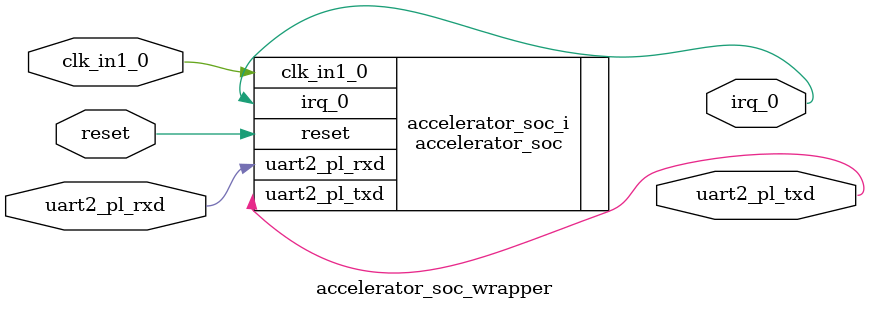
<source format=v>
`timescale 1 ps / 1 ps

module accelerator_soc_wrapper
   (clk_in1_0,
    irq_0,
    reset,
    uart2_pl_rxd,
    uart2_pl_txd);
  input clk_in1_0;
  output irq_0;
  input reset;
  input uart2_pl_rxd;
  output uart2_pl_txd;

  wire clk_in1_0;
  wire irq_0;
  wire reset;
  wire uart2_pl_rxd;
  wire uart2_pl_txd;

  accelerator_soc accelerator_soc_i
       (.clk_in1_0(clk_in1_0),
        .irq_0(irq_0),
        .reset(reset),
        .uart2_pl_rxd(uart2_pl_rxd),
        .uart2_pl_txd(uart2_pl_txd));
endmodule

</source>
